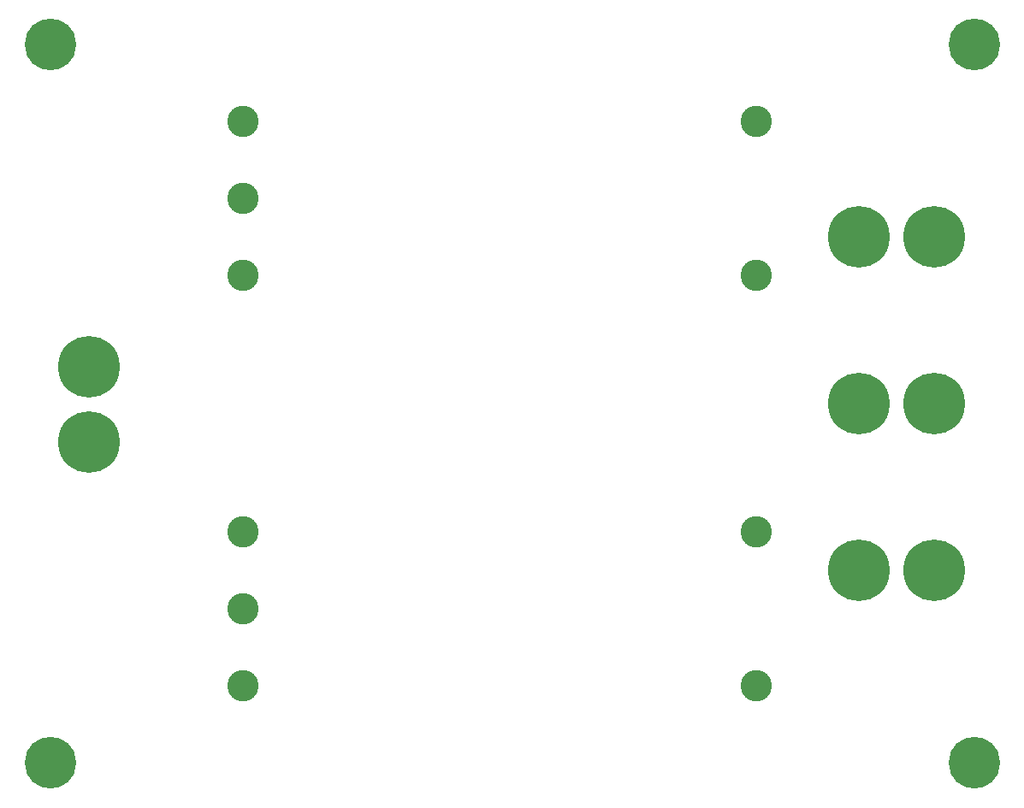
<source format=gbs>
G04 #@! TF.GenerationSoftware,KiCad,Pcbnew,(5.0.0)*
G04 #@! TF.CreationDate,2018-11-06T14:57:09-07:00*
G04 #@! TF.ProjectId,PDU-Board,5044552D426F6172642E6B696361645F,rev?*
G04 #@! TF.SameCoordinates,Original*
G04 #@! TF.FileFunction,Soldermask,Bot*
G04 #@! TF.FilePolarity,Negative*
%FSLAX46Y46*%
G04 Gerber Fmt 4.6, Leading zero omitted, Abs format (unit mm)*
G04 Created by KiCad (PCBNEW (5.0.0)) date 11/06/18 14:57:09*
%MOMM*%
%LPD*%
G01*
G04 APERTURE LIST*
%ADD10C,6.101600*%
%ADD11C,3.101600*%
%ADD12C,5.101600*%
G04 APERTURE END LIST*
D10*
G04 #@! TO.C,J0*
X101600000Y-104260000D03*
X101600000Y-111760000D03*
G04 #@! TD*
G04 #@! TO.C,J1*
X177800000Y-91440000D03*
X185300000Y-91440000D03*
G04 #@! TD*
G04 #@! TO.C,J2*
X185300000Y-124460000D03*
X177800000Y-124460000D03*
G04 #@! TD*
G04 #@! TO.C,J3*
X177800000Y-107950000D03*
X185300000Y-107950000D03*
G04 #@! TD*
D11*
G04 #@! TO.C,U0*
X116840000Y-87630000D03*
X167640000Y-95250000D03*
X167640000Y-80010000D03*
X116840000Y-80010000D03*
X116840000Y-95250000D03*
G04 #@! TD*
G04 #@! TO.C,U1*
X116840000Y-135890000D03*
X116840000Y-120650000D03*
X167640000Y-120650000D03*
X167640000Y-135890000D03*
X116840000Y-128270000D03*
G04 #@! TD*
D12*
G04 #@! TO.C,REF\002A\002A*
X97790000Y-72390000D03*
G04 #@! TD*
G04 #@! TO.C,REF\002A\002A*
X97790000Y-143510000D03*
G04 #@! TD*
G04 #@! TO.C,REF\002A\002A*
X189230000Y-143510000D03*
G04 #@! TD*
G04 #@! TO.C,REF\002A\002A*
X189230000Y-72390000D03*
G04 #@! TD*
M02*

</source>
